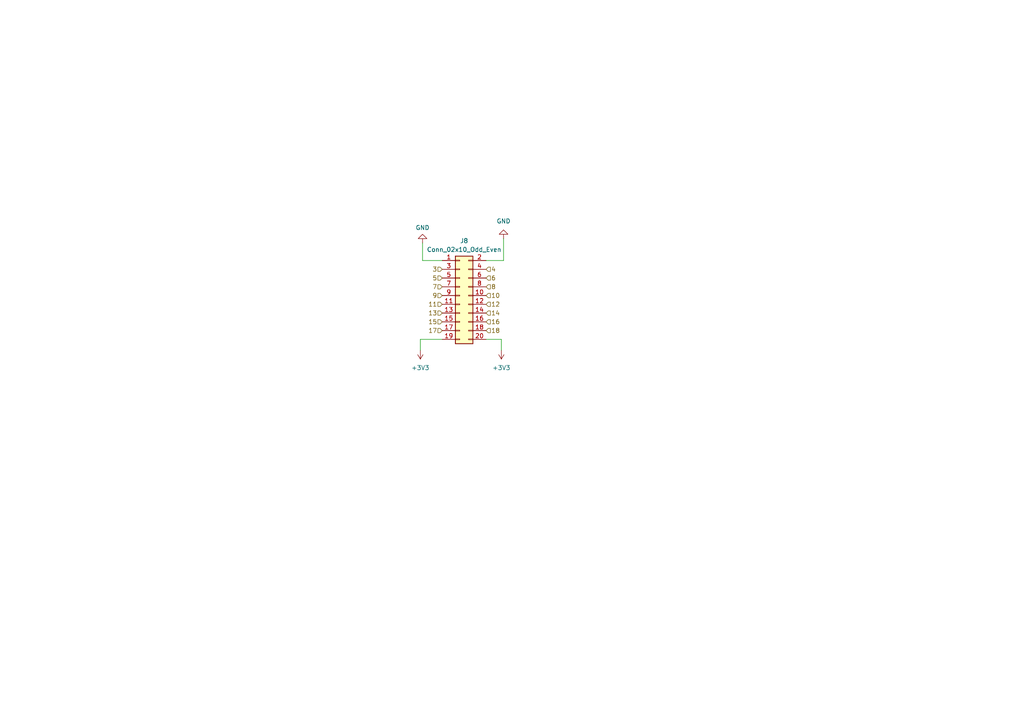
<source format=kicad_sch>
(kicad_sch (version 20231120) (generator "eeschema") (generator_version "8.0")
  (paper "A4")
  (lib_symbols
    (symbol "Connector_Generic:Conn_02x10_Odd_Even" (pin_names (offset 1.016) hide)
      (property "Reference" "J" (at 1.27 12.7 0))
      (property "Value" "Conn_02x10_Odd_Even" (at 1.27 -15.24 0))
      (symbol "Conn_02x10_Odd_Even_1_1"
        (rectangle (start -1.27 -12.573) (end 0 -12.827) (stroke (width 0.1524)))
        (rectangle (start -1.27 -10.033) (end 0 -10.287) (stroke (width 0.1524)))
        (rectangle (start -1.27 -7.493) (end 0 -7.747) (stroke (width 0.1524)))
        (rectangle (start -1.27 -4.953) (end 0 -5.207) (stroke (width 0.1524)))
        (rectangle (start -1.27 -2.413) (end 0 -2.667) (stroke (width 0.1524)))
        (rectangle (start -1.27 0.127) (end 0 -0.127) (stroke (width 0.1524)))
        (rectangle (start -1.27 2.667) (end 0 2.413) (stroke (width 0.1524)))
        (rectangle (start -1.27 5.207) (end 0 4.953) (stroke (width 0.1524)))
        (rectangle (start -1.27 7.747) (end 0 7.493) (stroke (width 0.1524)))
        (rectangle (start -1.27 10.287) (end 0 10.033) (stroke (width 0.1524)))
        (rectangle (start -1.27 11.43) (end 3.81 -13.97) (stroke (width 0.254)) (fill (type background)))
        (rectangle (start 3.81 -12.573) (end 2.54 -12.827) (stroke (width 0.1524)))
        (rectangle (start 3.81 -10.033) (end 2.54 -10.287) (stroke (width 0.1524)))
        (rectangle (start 3.81 -7.493) (end 2.54 -7.747) (stroke (width 0.1524)))
        (rectangle (start 3.81 -4.953) (end 2.54 -5.207) (stroke (width 0.1524)))
        (rectangle (start 3.81 -2.413) (end 2.54 -2.667) (stroke (width 0.1524)))
        (rectangle (start 3.81 0.127) (end 2.54 -0.127) (stroke (width 0.1524)))
        (rectangle (start 3.81 2.667) (end 2.54 2.413) (stroke (width 0.1524)))
        (rectangle (start 3.81 5.207) (end 2.54 4.953) (stroke (width 0.1524)))
        (rectangle (start 3.81 7.747) (end 2.54 7.493) (stroke (width 0.1524)))
        (rectangle (start 3.81 10.287) (end 2.54 10.033) (stroke (width 0.1524)))
        (pin passive line (at -5.08 10.16 0) (length 3.81) (name "Pin_1") (number "1"))
        (pin passive line (at 7.62 0 180) (length 3.81) (name "Pin_10") (number "10"))
        (pin passive line (at -5.08 -2.54 0) (length 3.81) (name "Pin_11") (number "11"))
        (pin passive line (at 7.62 -2.54 180) (length 3.81) (name "Pin_12") (number "12"))
        (pin passive line (at -5.08 -5.08 0) (length 3.81) (name "Pin_13") (number "13"))
        (pin passive line (at 7.62 -5.08 180) (length 3.81) (name "Pin_14") (number "14"))
        (pin passive line (at -5.08 -7.62 0) (length 3.81) (name "Pin_15") (number "15"))
        (pin passive line (at 7.62 -7.62 180) (length 3.81) (name "Pin_16") (number "16"))
        (pin passive line (at -5.08 -10.16 0) (length 3.81) (name "Pin_17") (number "17"))
        (pin passive line (at 7.62 -10.16 180) (length 3.81) (name "Pin_18") (number "18"))
        (pin passive line (at -5.08 -12.7 0) (length 3.81) (name "Pin_19") (number "19"))
        (pin passive line (at 7.62 10.16 180) (length 3.81) (name "Pin_2") (number "2"))
        (pin passive line (at 7.62 -12.7 180) (length 3.81) (name "Pin_20") (number "20"))
        (pin passive line (at -5.08 7.62 0) (length 3.81) (name "Pin_3") (number "3"))
        (pin passive line (at 7.62 7.62 180) (length 3.81) (name "Pin_4") (number "4"))
        (pin passive line (at -5.08 5.08 0) (length 3.81) (name "Pin_5") (number "5"))
        (pin passive line (at 7.62 5.08 180) (length 3.81) (name "Pin_6") (number "6"))
        (pin passive line (at -5.08 2.54 0) (length 3.81) (name "Pin_7") (number "7"))
        (pin passive line (at 7.62 2.54 180) (length 3.81) (name "Pin_8") (number "8"))
        (pin passive line (at -5.08 0 0) (length 3.81) (name "Pin_9") (number "9"))
      )
    )
    (symbol "power:+3V3" (power) (pin_names (offset 0))
      (property "Value" "+3V3" (at 0 3.556 0))
      (symbol "+3V3_0_1"
        (polyline (pts (xy -0.762 1.27) (xy 0 2.54)))
        (polyline (pts (xy 0 0) (xy 0 2.54)))
        (polyline (pts (xy 0 2.54) (xy 0.762 1.27)))
      )
      (symbol "+3V3_1_1"
        (pin power_in line (at 0 0 90) (length 0) hide (name "+3V3") (number "1"))
      )
    )
    (symbol "power:GND" (power) (pin_names (offset 0))
      (property "Value" "GND" (at 0 -3.81 0))
      (symbol "GND_0_1"
        (polyline (pts (xy 0 0) (xy 0 -1.27) (xy 1.27 -1.27) (xy 0 -2.54) (xy -1.27 -1.27) (xy 0 -1.27)))
      )
      (symbol "GND_1_1"
        (pin power_in line (at 0 0 270) (length 0) hide (name "GND") (number "1"))
      )
    )
  )
  (wire (pts (xy 122.555 75.565) (xy 128.27 75.565)))
  (wire (pts (xy 140.97 98.425) (xy 145.415 98.425)))
  (wire (pts (xy 145.415 101.6) (xy 145.415 98.425)))
  (wire (pts (xy 146.05 75.565) (xy 140.97 75.565)))
  (wire (pts (xy 146.05 69.215) (xy 146.05 75.565)))
  (wire (pts (xy 121.92 98.425) (xy 128.27 98.425)))
  (wire (pts (xy 121.92 101.6) (xy 121.92 98.425)))
  (wire (pts (xy 122.555 70.485) (xy 122.555 75.565)))
  (hierarchical_label "16" (shape input) (at 140.97 93.345 0))
  (hierarchical_label "11" (shape input) (at 128.27 88.265 180))
  (hierarchical_label "10" (shape input) (at 140.97 85.725 0))
  (hierarchical_label "6" (shape input) (at 140.97 80.645 0))
  (hierarchical_label "13" (shape input) (at 128.27 90.805 180))
  (hierarchical_label "4" (shape input) (at 140.97 78.105 0))
  (hierarchical_label "15" (shape input) (at 128.27 93.345 180))
  (hierarchical_label "8" (shape input) (at 140.97 83.185 0))
  (hierarchical_label "18" (shape input) (at 140.97 95.885 0))
  (hierarchical_label "14" (shape input) (at 140.97 90.805 0))
  (hierarchical_label "12" (shape input) (at 140.97 88.265 0))
  (hierarchical_label "7" (shape input) (at 128.27 83.185 180))
  (hierarchical_label "5" (shape input) (at 128.27 80.645 180))
  (hierarchical_label "3" (shape input) (at 128.27 78.105 180))
  (hierarchical_label "17" (shape input) (at 128.27 95.885 180))
  (hierarchical_label "9" (shape input) (at 128.27 85.725 180))
  (symbol (lib_id "power:+3V3") (at 145.415 101.6 180) (unit 1)
    (property "Reference" "#PWR0129" (effects (hide yes)))
    (property "Value" "+3V3" (at 145.415 106.68 0))
  )
  (symbol (lib_id "power:GND") (at 122.555 70.485 180) (unit 1)
    (property "Reference" "#PWR0128" (effects (hide yes)))
    (property "Value" "GND" (at 122.555 66.04 0))
  )
  (symbol (lib_id "power:+3V3") (at 121.92 101.6 180) (unit 1)
    (property "Reference" "#PWR0127" (effects (hide yes)))
    (property "Value" "+3V3" (at 121.92 106.68 0))
  )
  (symbol (lib_id "Connector_Generic:Conn_02x10_Odd_Even") (at 133.35 85.725 0) (unit 1)
    (property "Reference" "J8" (at 134.62 69.85 0))
    (property "Value" "Conn_02x10_Odd_Even" (at 134.62 72.39 0))
    (property "Footprint" "Connector_PinHeader_2.54mm:PinHeader_2x10_P2.54mm_Vertical" (effects (hide yes)))
  )
  (symbol (lib_id "power:GND") (at 146.05 69.215 180) (unit 1)
    (property "Reference" "#PWR0130" (effects (hide yes)))
    (property "Value" "GND" (at 146.05 64.135 0))
  )
)
</source>
